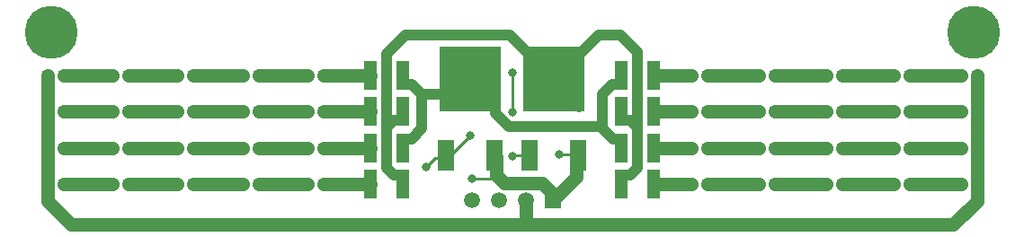
<source format=gtl>
G04*
G04 #@! TF.GenerationSoftware,Altium Limited,Altium Designer,19.0.15 (446)*
G04*
G04 Layer_Physical_Order=1*
G04 Layer_Color=255*
%FSLAX25Y25*%
%MOIN*%
G70*
G01*
G75*
%ADD11C,0.01000*%
%ADD23R,0.04000X0.03500*%
%ADD24R,0.04528X0.10630*%
%ADD25R,0.06299X0.11811*%
%ADD26R,0.22835X0.24410*%
%ADD27C,0.05000*%
%ADD28C,0.04000*%
%ADD29C,0.19685*%
%ADD30C,0.05906*%
%ADD31R,0.05906X0.05906*%
%ADD32C,0.03150*%
%ADD33C,0.03200*%
D11*
X151000Y27909D02*
X154420Y31330D01*
X157637D01*
X158484Y32177D01*
X205894Y32500D02*
X206866Y31528D01*
X200500Y32500D02*
X205894D01*
X183177Y48315D02*
Y62906D01*
X160235Y32177D02*
X167558Y39500D01*
X158484Y32177D02*
X160235D01*
X175500Y23500D02*
X177000Y25000D01*
X168000Y23500D02*
X175500D01*
X183000Y32000D02*
X183177Y32177D01*
X189484D01*
D23*
X249587Y62000D02*
D03*
X255587D02*
D03*
X274524D02*
D03*
X280524D02*
D03*
X299461D02*
D03*
X305461D02*
D03*
X324398D02*
D03*
X330398D02*
D03*
X349335D02*
D03*
X355335D02*
D03*
X113173D02*
D03*
X107173D02*
D03*
X89046D02*
D03*
X83046D02*
D03*
X64919D02*
D03*
X58919D02*
D03*
X40792D02*
D03*
X34792D02*
D03*
X16665D02*
D03*
X10665D02*
D03*
X249587Y48500D02*
D03*
X255587D02*
D03*
X274524D02*
D03*
X280524D02*
D03*
X299461D02*
D03*
X305461D02*
D03*
X324398D02*
D03*
X330398D02*
D03*
X349335D02*
D03*
X355335D02*
D03*
X113173D02*
D03*
X107173D02*
D03*
X89046D02*
D03*
X83046D02*
D03*
X64919D02*
D03*
X58919D02*
D03*
X40792D02*
D03*
X34792D02*
D03*
X16665D02*
D03*
X10665D02*
D03*
X249587Y35000D02*
D03*
X255587D02*
D03*
X274524D02*
D03*
X280524D02*
D03*
X299461D02*
D03*
X305461D02*
D03*
X324398D02*
D03*
X330398D02*
D03*
X349335D02*
D03*
X355335D02*
D03*
X113173D02*
D03*
X107173D02*
D03*
X89046D02*
D03*
X83046D02*
D03*
X64919D02*
D03*
X58919D02*
D03*
X40792D02*
D03*
X34792D02*
D03*
X16665D02*
D03*
X10665D02*
D03*
X249587Y21500D02*
D03*
X255587D02*
D03*
X274524D02*
D03*
X280524D02*
D03*
X299461D02*
D03*
X305461D02*
D03*
X324398D02*
D03*
X330398D02*
D03*
X349335D02*
D03*
X355335D02*
D03*
X113173D02*
D03*
X107173D02*
D03*
X89046D02*
D03*
X83046D02*
D03*
X64919D02*
D03*
X58919D02*
D03*
X40792D02*
D03*
X34792D02*
D03*
X16665D02*
D03*
X10665D02*
D03*
D24*
X235405Y62000D02*
D03*
X223594D02*
D03*
X130595D02*
D03*
X142405D02*
D03*
X235405Y48500D02*
D03*
X223594D02*
D03*
X130595D02*
D03*
X142405D02*
D03*
X235405Y35000D02*
D03*
X223594D02*
D03*
X130595D02*
D03*
X142405D02*
D03*
X235405Y21500D02*
D03*
X223594D02*
D03*
X130595D02*
D03*
X142405D02*
D03*
D25*
X189484Y32177D02*
D03*
X207516D02*
D03*
X158484D02*
D03*
X176516D02*
D03*
D26*
X198500Y60524D02*
D03*
X167500D02*
D03*
D27*
X188000Y8000D02*
Y15500D01*
Y6500D02*
Y8000D01*
X19500Y6500D02*
X188000D01*
X10665Y15335D02*
X19500Y6500D01*
X346500D02*
X355335Y15335D01*
X188000Y6500D02*
X346500D01*
X198000Y15500D02*
X206866Y24366D01*
X10665Y15335D02*
Y21500D01*
X355335Y15335D02*
Y21500D01*
Y35000D01*
Y48500D01*
Y62000D01*
X330398D02*
X349335D01*
X330398Y48500D02*
X349335D01*
X330398Y35000D02*
X349335D01*
X330398Y21500D02*
X349335D01*
X305461Y62000D02*
X324398D01*
X305461Y48500D02*
X324398D01*
X305461Y35000D02*
X324398D01*
X305461Y21500D02*
X324398D01*
X280524D02*
X299461D01*
X280524Y35000D02*
X299461D01*
X280524Y48500D02*
X299461D01*
X280524Y62000D02*
X299461D01*
X255587D02*
X274524D01*
X255587Y48500D02*
X274524D01*
X255587Y35000D02*
X274524D01*
X255587Y21500D02*
X274524D01*
X235405D02*
X249587D01*
X235405Y35000D02*
X249587D01*
X235405Y48500D02*
X249587D01*
X235405Y62000D02*
X249587D01*
X10665Y21500D02*
Y35000D01*
Y48500D01*
Y62000D01*
X113173Y21500D02*
X130595D01*
X113173Y35000D02*
X130595D01*
X113173Y62000D02*
X130595D01*
X113173Y48500D02*
X130595D01*
X89046D02*
X107173D01*
X89046Y62000D02*
X107173D01*
X64919D02*
X83046D01*
X64919Y48500D02*
X83046D01*
X64919Y35000D02*
X83046D01*
X89046D02*
X107173D01*
X89046Y21500D02*
X107173D01*
X64919D02*
X83046D01*
X40792D02*
X58919D01*
X40792Y35000D02*
X58919D01*
X40792Y48500D02*
X58919D01*
X40792Y62000D02*
X58919D01*
X16665D02*
X34792D01*
X16665Y48500D02*
X34792D01*
X16665Y35000D02*
X34792D01*
X16665Y21500D02*
X34792D01*
X194000Y22000D02*
X197547Y18453D01*
Y15953D02*
Y18453D01*
Y15953D02*
X198000Y15500D01*
X180000Y22000D02*
X194000D01*
X177000Y25000D02*
X180000Y22000D01*
X177000Y25000D02*
Y31693D01*
X176516Y32177D02*
X177000Y31693D01*
X206866Y24366D02*
Y31528D01*
D28*
X176917Y48022D02*
X181940Y43000D01*
X216500D01*
X176917Y48022D02*
Y51106D01*
X167500Y60524D02*
X176917Y51106D01*
X216500Y43000D02*
Y48409D01*
Y54909D01*
Y55000D01*
X149500Y42094D02*
Y48654D01*
Y54905D01*
X216500Y55000D02*
X220185Y58685D01*
X223331D01*
X223594Y58949D01*
Y62000D01*
X216500Y42094D02*
X220280Y38315D01*
X223331D01*
X223594Y38051D01*
Y35000D02*
Y38051D01*
X214976Y77000D02*
X223000D01*
X208705Y70728D02*
X214976Y77000D01*
X207917Y70728D02*
X208705D01*
X198500Y61311D02*
X207917Y70728D01*
X198500Y60524D02*
Y61311D01*
X223000Y77000D02*
X229500Y70500D01*
Y42595D02*
Y70500D01*
Y27406D02*
Y42595D01*
X226909Y45185D02*
X229500Y42595D01*
X223858Y45185D02*
X226909D01*
X223594Y45449D02*
X223858Y45185D01*
X223594Y45449D02*
Y48500D01*
X226909Y24815D02*
X229500Y27406D01*
X223858Y24815D02*
X226909D01*
X223594Y24551D02*
X223858Y24815D01*
X223594Y21500D02*
Y24551D01*
X143500Y77000D02*
X182024D01*
X188295Y70728D01*
X189083D01*
X198500Y61311D01*
X136500Y70000D02*
X143500Y77000D01*
X136500Y42595D02*
Y70000D01*
X161882Y54905D02*
X167500Y60524D01*
X149500Y54905D02*
X161882D01*
X145721Y58685D02*
X149500Y54905D01*
X142669Y58685D02*
X145721D01*
X142405Y58949D02*
X142669Y58685D01*
X142405Y58949D02*
Y62000D01*
X145721Y38315D02*
X149500Y42094D01*
X142669Y38315D02*
X145721D01*
X142405Y38051D02*
X142669Y38315D01*
X142405Y35000D02*
Y38051D01*
X198500Y59736D02*
X207917Y50319D01*
X198500Y59736D02*
Y60524D01*
X136500Y27406D02*
X139091Y24815D01*
X142142D01*
X142405Y24551D01*
Y21500D02*
Y24551D01*
X136500Y27406D02*
Y42595D01*
X139091Y45185D01*
X142142D01*
X142405Y45449D01*
Y48500D01*
D29*
X354000Y78000D02*
D03*
X12000D02*
D03*
D30*
X168000Y15500D02*
D03*
X178000D02*
D03*
X188000D02*
D03*
D31*
X198000D02*
D03*
D32*
X151000Y27909D02*
D03*
X200500Y32500D02*
D03*
X183177Y48315D02*
D03*
Y62906D02*
D03*
X167558Y39500D02*
D03*
X168000Y23500D02*
D03*
X183000Y32000D02*
D03*
D33*
X229500Y34909D02*
D03*
Y27909D02*
D03*
Y42358D02*
D03*
X216500Y48409D02*
D03*
Y42409D02*
D03*
Y54909D02*
D03*
X136500Y34909D02*
D03*
Y27409D02*
D03*
Y42409D02*
D03*
X149500Y48654D02*
D03*
Y54909D02*
D03*
Y42094D02*
D03*
M02*

</source>
